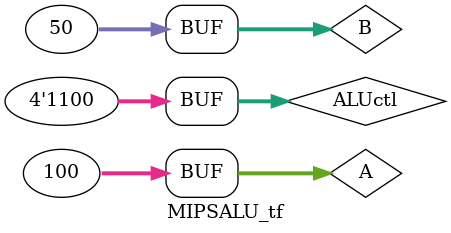
<source format=v>
`timescale 1ns / 1ps


module MIPSALU_tf;

	// Inputs
	reg [3:0] ALUctl;
	reg [31:0] A;
	reg [31:0] B;

	// Outputs
	wire [31:0] ALUOut;
	wire Zero;

	// Instantiate the Unit Under Test (UUT)
	MIPSALU uut (
		.ALUctl(ALUctl), 
		.A(A), 
		.B(B), 
		.ALUOut(ALUOut), 
		.Zero(Zero)
	);

	initial begin
		// Initialize Inputs
		ALUctl = 0;
		A = 100;
		B = 50;

		// Wait 100 ns for global reset to finish
		#100;
        
		// Add stimulus here
		#10 ALUctl = 0; //and
		#10 ALUctl = 1; //or
		#10 ALUctl = 2; //sum
		#10 ALUctl = 6; //substract
		#10 ALUctl = 7; //slt
		#10 ALUctl = 12; //nor

		
	end
      
endmodule


</source>
